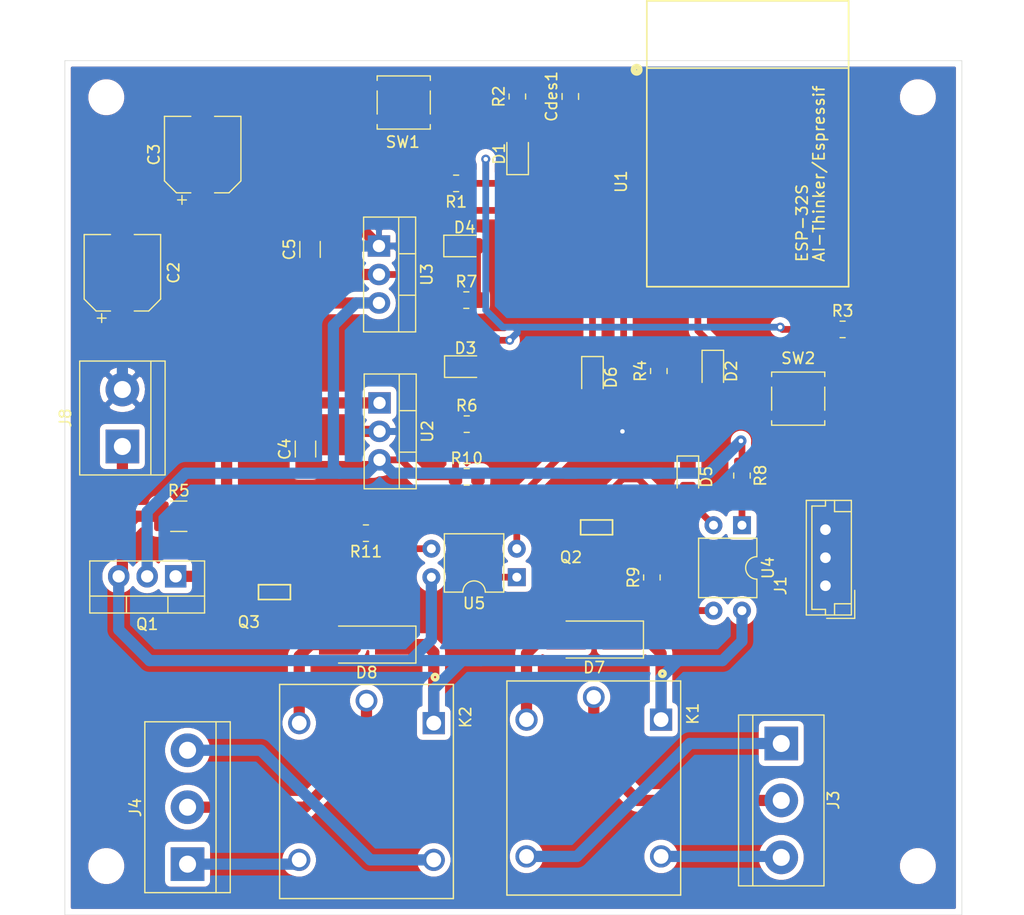
<source format=kicad_pcb>
(kicad_pcb (version 20171130) (host pcbnew "(5.1.9)-1")
  (layers (0 F.Cu signal) (31 B.Cu signal) (34 B.Paste user) (35 F.Paste user) (36 B.SilkS user) (37 F.SilkS user) (38 B.Mask user) (39 F.Mask user) (44 Edge.Cuts user))
  (net 0 "")
  (net 1 "Net-(R1-Pad2)")
  (net 2 +3V3)
  (net 3 GND)
  (net 4 "Net-(D1-Pad2)")
  (net 5 "Net-(D3-Pad2)")
  (net 6 "Net-(D8-Pad2)")
  (net 7 +5V)
  (net 8 /ModulosReles/NC)
  (net 9 /ModulosReles/C)
  (net 10 /ModulosReles/NO)
  (net 11 "Net-(R11-Pad1)")
  (net 12 "Net-(D2-Pad2)")
  (net 13 "Net-(D4-Pad2)")
  (net 14 "Net-(D7-Pad2)")
  (net 15 "Net-(Q2-Pad1)")
  (net 16 IO12)
  (net 17 IO14)
  (net 18 +12V)
  (net 19 /ModulosReles/NC2)
  (net 20 /ModulosReles/C2)
  (net 21 /ModulosReles/NO2)
  (net 22 "Net-(C2-Pad1)")
  (net 23 "Net-(D2-Pad1)")
  (net 24 "Net-(D5-Pad2)")
  (net 25 "Net-(D6-Pad2)")
  (net 26 "Net-(J1-Pad3)")
  (net 27 "Net-(J1-Pad2)")
  (net 28 "Net-(Q3-Pad1)")
  (net 29 "Net-(R3-Pad2)")
  (net 30 "Net-(R8-Pad2)")
  (net 31 "Net-(R9-Pad1)")
  (net 32 "Net-(R10-Pad2)")
  (module Connector_JST:JST_EH_B3B-EH-A_1x03_P2.50mm_Vertical (layer F.Cu) (at 168.1734 111.6076 90)
    (fp_text reference J1 (at 0 -4 90) (layer F.SilkS))
    (fp_text value Screw_Terminal_01x03)
    (pad 3 thru_hole oval (at 5 0 90) (size 1.7 1.95) (drill 0.95) (layers *.Cu *.Mask) (net 26 "Net-(J1-Pad3)"))
    (pad 2 thru_hole oval (at 2.5 0 90) (size 1.7 1.95) (drill 0.95) (layers *.Cu *.Mask) (net 27 "Net-(J1-Pad2)"))
    (pad 1 thru_hole roundrect (at 0 0 90) (size 1.7 1.95) (drill 0.95) (layers *.Cu *.Mask) (roundrect_rratio 0.147059) (net 3 GND))
  )
  (module MountingHole:MountingHole_2.2mm_M2 (layer F.Cu) (at 176.4157 68.0339)
    (fp_text reference "" (at 0 -3.2) (layer F.SilkS))
    (fp_text value MountingHole_2.2mm_M2)
    (pad 1 np_thru_hole circle (at 0 0) (size 2.2 2.2) (drill 2.2) (layers *.Cu *.Mask))
  )
  (module MountingHole:MountingHole_2.2mm_M2 (layer F.Cu) (at 104.0257 68.0339)
    (fp_text reference "" (at 0 -3.2) (layer F.SilkS))
    (fp_text value MountingHole_2.2mm_M2)
    (pad 1 np_thru_hole circle (at 0 0) (size 2.2 2.2) (drill 2.2) (layers *.Cu *.Mask))
  )
  (module MountingHole:MountingHole_2.2mm_M2 (layer F.Cu) (at 176.4157 136.6139)
    (fp_text reference "" (at 0 -3.2) (layer F.SilkS))
    (fp_text value MountingHole_2.2mm_M2)
    (pad 1 np_thru_hole circle (at 0 0) (size 2.2 2.2) (drill 2.2) (layers *.Cu *.Mask))
  )
  (module MountingHole:MountingHole_2.2mm_M2 (layer F.Cu) (at 104.0257 136.6139)
    (fp_text reference "" (at 0 -3.2) (layer F.SilkS))
    (fp_text value MountingHole_2.2mm_M2)
    (pad 1 np_thru_hole circle (at 0 0) (size 2.2 2.2) (drill 2.2) (layers *.Cu *.Mask))
  )
  (module ModuloRele:RELAY_SRD-05VDC-SL-C (layer F.Cu) (at 147.50796 129.65176 270)
    (fp_text reference K1 (at -6.62563 -8.83584 90) (layer F.SilkS) (effects (font (size 1.000094 1.000094))))
    (fp_text value SRD-05VDC-SL-C)
    (pad NC thru_hole circle (at 6.1 -6 270) (size 1.98 1.98) (drill 1.32) (layers *.Cu *.Mask) (net 19 /ModulosReles/NC2))
    (pad NO thru_hole circle (at 6.1 6 270) (size 1.98 1.98) (drill 1.32) (layers *.Cu *.Mask) (net 21 /ModulosReles/NO2))
    (pad A2 thru_hole circle (at -6.1 6 270) (size 1.98 1.98) (drill 1.32) (layers *.Cu *.Mask) (net 14 "Net-(D7-Pad2)"))
    (pad COM thru_hole circle (at -8.1 0 270) (size 1.935 1.935) (drill 1.29) (layers *.Cu *.Mask) (net 20 /ModulosReles/C2))
    (pad A1 thru_hole rect (at -6.1 -6 270) (size 1.98 1.98) (drill 1.32) (layers *.Cu *.Mask) (net 18 +12V))
  )
  (module LED_SMD:LED_0805_2012Metric_Pad1.15x1.40mm_HandSolder (layer F.Cu) (at 147.39112 93.02496 270)
    (fp_text reference D6 (at 0 -1.65 90) (layer F.SilkS))
    (fp_text value LED)
    (pad 2 smd roundrect (at 1.025 0 270) (size 1.15 1.4) (layers F.Cu F.Paste F.Mask) (roundrect_rratio 0.2173904347826087) (net 25 "Net-(D6-Pad2)"))
    (pad 1 smd roundrect (at -1.025 0 270) (size 1.15 1.4) (layers F.Cu F.Paste F.Mask) (roundrect_rratio 0.2173904347826087) (net 17 IO14))
  )
  (module Resistor_SMD:R_1210_3225Metric_Pad1.30x2.65mm_HandSolder (layer F.Cu) (at 110.49 105.41)
    (fp_text reference R5 (at 0 -2.28) (layer F.SilkS))
    (fp_text value 2)
    (pad 2 smd roundrect (at 1.55 0) (size 1.3 2.65) (layers F.Cu F.Paste F.Mask) (roundrect_rratio 0.1923076923076923) (net 22 "Net-(C2-Pad1)"))
    (pad 1 smd roundrect (at -1.55 0) (size 1.3 2.65) (layers F.Cu F.Paste F.Mask) (roundrect_rratio 0.1923076923076923) (net 18 +12V))
  )
  (module Package_TO_SOT_THT:TO-220-3_Vertical (layer F.Cu) (at 110.2106 110.7694 180)
    (fp_text reference Q1 (at 2.54 -4.27) (layer F.SilkS))
    (fp_text value TIP42C)
    (pad 3 thru_hole oval (at 5.08 0 180) (size 1.905 2) (drill 1.1) (layers *.Cu *.Mask) (net 18 +12V))
    (pad 2 thru_hole oval (at 2.54 0 180) (size 1.905 2) (drill 1.1) (layers *.Cu *.Mask) (net 7 +5V))
    (pad 1 thru_hole rect (at 0 0 180) (size 1.905 2) (drill 1.1) (layers *.Cu *.Mask) (net 22 "Net-(C2-Pad1)"))
  )
  (module Capacitor_SMD:C_0805_2012Metric_Pad1.18x1.45mm_HandSolder (layer F.Cu) (at 145.415 67.9665 90)
    (fp_text reference Cdes1 (at 0 -1.68 90) (layer F.SilkS))
    (fp_text value 100n)
    (pad 2 smd roundrect (at 1.0375 0 90) (size 1.175 1.45) (layers F.Cu F.Paste F.Mask) (roundrect_rratio 0.2127659574468085) (net 3 GND))
    (pad 1 smd roundrect (at -1.0375 0 90) (size 1.175 1.45) (layers F.Cu F.Paste F.Mask) (roundrect_rratio 0.2127659574468085) (net 2 +3V3))
  )
  (module Button_Switch_SMD:SW_SPST_TL3305A (layer F.Cu) (at 165.7418 94.9184)
    (fp_text reference SW2 (at 0 -3.6) (layer F.SilkS))
    (fp_text value SW_DIP_x01)
    (pad 2 smd rect (at -3.6 1.5) (size 1.6 1.4) (layers F.Cu F.Paste F.Mask) (net 3 GND))
    (pad 2 smd rect (at 3.6 1.5) (size 1.6 1.4) (layers F.Cu F.Paste F.Mask) (net 3 GND))
    (pad 1 smd rect (at -3.6 -1.5) (size 1.6 1.4) (layers F.Cu F.Paste F.Mask) (net 29 "Net-(R3-Pad2)"))
    (pad 1 smd rect (at 3.6 -1.5) (size 1.6 1.4) (layers F.Cu F.Paste F.Mask) (net 29 "Net-(R3-Pad2)"))
  )
  (module Button_Switch_SMD:SW_SPST_TL3305A (layer F.Cu) (at 130.556 68.5038)
    (fp_text reference SW1 (at -0.0889 3.5306) (layer F.SilkS))
    (fp_text value SW_DIP_x01)
    (pad 2 smd rect (at -3.6 1.5) (size 1.6 1.4) (layers F.Cu F.Paste F.Mask) (net 1 "Net-(R1-Pad2)"))
    (pad 2 smd rect (at 3.6 1.5) (size 1.6 1.4) (layers F.Cu F.Paste F.Mask) (net 1 "Net-(R1-Pad2)"))
    (pad 1 smd rect (at -3.6 -1.5) (size 1.6 1.4) (layers F.Cu F.Paste F.Mask) (net 3 GND))
    (pad 1 smd rect (at 3.6 -1.5) (size 1.6 1.4) (layers F.Cu F.Paste F.Mask) (net 3 GND))
  )
  (module Package_DIP:DIP-4_W7.62mm (layer F.Cu) (at 160.72612 106.20756 270)
    (fp_text reference U4 (at 3.81 -2.33 90) (layer F.SilkS))
    (fp_text value PC817)
    (pad 4 thru_hole oval (at 7.62 0 270) (size 1.6 1.6) (drill 0.8) (layers *.Cu *.Mask) (net 18 +12V))
    (pad 2 thru_hole oval (at 0 2.54 270) (size 1.6 1.6) (drill 0.8) (layers *.Cu *.Mask) (net 24 "Net-(D5-Pad2)"))
    (pad 3 thru_hole oval (at 7.62 2.54 270) (size 1.6 1.6) (drill 0.8) (layers *.Cu *.Mask) (net 31 "Net-(R9-Pad1)"))
    (pad 1 thru_hole rect (at 0 0 270) (size 1.6 1.6) (drill 0.8) (layers *.Cu *.Mask) (net 30 "Net-(R8-Pad2)"))
  )
  (module TerminalBlock:TerminalBlock_bornier-3_P5.08mm (layer F.Cu) (at 111.27232 136.44372 90)
    (fp_text reference J4 (at 5.05 -4.65 90) (layer F.SilkS))
    (fp_text value Screw_Terminal_01x03)
    (pad 3 thru_hole circle (at 10.16 0 90) (size 3 3) (drill 1.52) (layers *.Cu *.Mask) (net 8 /ModulosReles/NC))
    (pad 2 thru_hole circle (at 5.08 0 90) (size 3 3) (drill 1.52) (layers *.Cu *.Mask) (net 9 /ModulosReles/C))
    (pad 1 thru_hole rect (at 0 0 90) (size 3 3) (drill 1.52) (layers *.Cu *.Mask) (net 10 /ModulosReles/NO))
  )
  (module ModuloRele:SOT23 (layer F.Cu) (at 119.0244 112.17656 180)
    (fp_text reference Q3 (at 2.287532 -2.668785) (layer F.SilkS) (effects (font (size 1.000669 1.000669))))
    (fp_text value MMBT2222A)
    (pad 1 smd rect (at -0.95 1.1 180) (size 1 1.4) (layers F.Cu F.Paste F.Mask) (net 28 "Net-(Q3-Pad1)"))
    (pad 2 smd rect (at 0.95 1.1 180) (size 1 1.4) (layers F.Cu F.Paste F.Mask) (net 3 GND))
    (pad 3 smd rect (at 0 -1.1 180) (size 1 1.4) (layers F.Cu F.Paste F.Mask) (net 6 "Net-(D8-Pad2)"))
  )
  (module ModuloRele:SOT23 (layer F.Cu) (at 147.75688 106.4006 180)
    (fp_text reference Q2 (at 2.287532 -2.668785) (layer F.SilkS) (effects (font (size 1.000669 1.000669))))
    (fp_text value MMBT2222A)
    (pad 1 smd rect (at -0.95 1.1 180) (size 1 1.4) (layers F.Cu F.Paste F.Mask) (net 15 "Net-(Q2-Pad1)"))
    (pad 2 smd rect (at 0.95 1.1 180) (size 1 1.4) (layers F.Cu F.Paste F.Mask) (net 3 GND))
    (pad 3 smd rect (at 0 -1.1 180) (size 1 1.4) (layers F.Cu F.Paste F.Mask) (net 14 "Net-(D7-Pad2)"))
  )
  (module ModuloRele:RELAY_SRD-05VDC-SL-C (layer F.Cu) (at 127.23368 129.96164 270)
    (fp_text reference K2 (at -6.62563 -8.83584 90) (layer F.SilkS) (effects (font (size 1.000094 1.000094))))
    (fp_text value SRD-05VDC-SL-C)
    (pad NC thru_hole circle (at 6.1 -6 270) (size 1.98 1.98) (drill 1.32) (layers *.Cu *.Mask) (net 8 /ModulosReles/NC))
    (pad NO thru_hole circle (at 6.1 6 270) (size 1.98 1.98) (drill 1.32) (layers *.Cu *.Mask) (net 10 /ModulosReles/NO))
    (pad A2 thru_hole circle (at -6.1 6 270) (size 1.98 1.98) (drill 1.32) (layers *.Cu *.Mask) (net 6 "Net-(D8-Pad2)"))
    (pad COM thru_hole circle (at -8.1 0 270) (size 1.935 1.935) (drill 1.29) (layers *.Cu *.Mask) (net 9 /ModulosReles/C))
    (pad A1 thru_hole rect (at -6.1 -6 270) (size 1.98 1.98) (drill 1.32) (layers *.Cu *.Mask) (net 18 +12V))
  )
  (module TerminalBlock:TerminalBlock_bornier-2_P5.08mm (layer F.Cu) (at 105.4608 99.187 90)
    (fp_text reference J8 (at 2.54 -5.08 90) (layer F.SilkS))
    (fp_text value Screw_Terminal_01x02)
    (pad 2 thru_hole circle (at 5.08 0 90) (size 3 3) (drill 1.52) (layers *.Cu *.Mask) (net 3 GND))
    (pad 1 thru_hole rect (at 0 0 90) (size 3 3) (drill 1.52) (layers *.Cu *.Mask) (net 18 +12V))
  )
  (module LED_SMD:LED_0805_2012Metric_Pad1.15x1.40mm_HandSolder (layer F.Cu) (at 158.12516 92.47124 270)
    (fp_text reference D2 (at 0 -1.65 90) (layer F.SilkS))
    (fp_text value LED)
    (pad 2 smd roundrect (at 1.025 0 270) (size 1.15 1.4) (layers F.Cu F.Paste F.Mask) (roundrect_rratio 0.2173904347826087) (net 12 "Net-(D2-Pad2)"))
    (pad 1 smd roundrect (at -1.025 0 270) (size 1.15 1.4) (layers F.Cu F.Paste F.Mask) (roundrect_rratio 0.2173904347826087) (net 23 "Net-(D2-Pad1)"))
  )
  (module LED_SMD:LED_0805_2012Metric_Pad1.15x1.40mm_HandSolder (layer F.Cu) (at 140.716 73.0758 90)
    (fp_text reference D1 (at 0 -1.65 90) (layer F.SilkS))
    (fp_text value LED)
    (pad 2 smd roundrect (at 1.025 0 90) (size 1.15 1.4) (layers F.Cu F.Paste F.Mask) (roundrect_rratio 0.2173904347826087) (net 4 "Net-(D1-Pad2)"))
    (pad 1 smd roundrect (at -1.025 0 90) (size 1.15 1.4) (layers F.Cu F.Paste F.Mask) (roundrect_rratio 0.2173904347826087) (net 2 +3V3))
  )
  (module LED_SMD:LED_0805_2012Metric_Pad1.15x1.40mm_HandSolder (layer F.Cu) (at 136.05764 92.06484)
    (fp_text reference D3 (at 0 -1.65) (layer F.SilkS))
    (fp_text value LED)
    (pad 2 smd roundrect (at 1.025 0) (size 1.15 1.4) (layers F.Cu F.Paste F.Mask) (roundrect_rratio 0.2173904347826087) (net 5 "Net-(D3-Pad2)"))
    (pad 1 smd roundrect (at -1.025 0) (size 1.15 1.4) (layers F.Cu F.Paste F.Mask) (roundrect_rratio 0.2173904347826087) (net 3 GND))
  )
  (module Capacitor_SMD:C_1206_3216Metric_Pad1.33x1.80mm_HandSolder (layer F.Cu) (at 122.1994 81.6102 90)
    (fp_text reference C5 (at 0 -1.85 90) (layer F.SilkS))
    (fp_text value 10u)
    (pad 2 smd roundrect (at 1.5625 0 90) (size 1.325 1.8) (layers F.Cu F.Paste F.Mask) (roundrect_rratio 0.1886784905660377) (net 3 GND))
    (pad 1 smd roundrect (at -1.5625 0 90) (size 1.325 1.8) (layers F.Cu F.Paste F.Mask) (roundrect_rratio 0.1886784905660377) (net 2 +3V3))
  )
  (module Capacitor_SMD:CP_Elec_6.3x5.8 (layer F.Cu) (at 112.6236 73.152 90)
    (fp_text reference C3 (at 0 -4.35 90) (layer F.SilkS))
    (fp_text value 100u)
    (pad 2 smd roundrect (at 2.7 0 90) (size 3.5 1.6) (layers F.Cu F.Paste F.Mask) (roundrect_rratio 0.15625) (net 3 GND))
    (pad 1 smd roundrect (at -2.7 0 90) (size 3.5 1.6) (layers F.Cu F.Paste F.Mask) (roundrect_rratio 0.15625) (net 7 +5V))
  )
  (module Capacitor_SMD:C_1206_3216Metric_Pad1.33x1.80mm_HandSolder (layer F.Cu) (at 121.793 99.4156 90)
    (fp_text reference C4 (at 0 -1.85 90) (layer F.SilkS))
    (fp_text value 10u)
    (pad 2 smd roundrect (at 1.5625 0 90) (size 1.325 1.8) (layers F.Cu F.Paste F.Mask) (roundrect_rratio 0.1886784905660377) (net 3 GND))
    (pad 1 smd roundrect (at -1.5625 0 90) (size 1.325 1.8) (layers F.Cu F.Paste F.Mask) (roundrect_rratio 0.1886784905660377) (net 7 +5V))
  )
  (module Capacitor_SMD:CP_Elec_6.3x5.8 (layer F.Cu) (at 105.4608 83.693 90)
    (fp_text reference C2 (at 0 4.572 90) (layer F.SilkS))
    (fp_text value 100u)
    (pad 2 smd roundrect (at 2.7 0 90) (size 3.5 1.6) (layers F.Cu F.Paste F.Mask) (roundrect_rratio 0.15625) (net 3 GND))
    (pad 1 smd roundrect (at -2.7 0 90) (size 3.5 1.6) (layers F.Cu F.Paste F.Mask) (roundrect_rratio 0.15625) (net 22 "Net-(C2-Pad1)"))
  )
  (module Package_TO_SOT_THT:TO-220-3_Vertical (layer F.Cu) (at 128.3462 81.3054 270)
    (fp_text reference U3 (at 2.54 -4.27 90) (layer F.SilkS))
    (fp_text value LM1117-3.3)
    (pad 3 thru_hole oval (at 5.08 0 270) (size 1.905 2) (drill 1.1) (layers *.Cu *.Mask) (net 7 +5V))
    (pad 2 thru_hole oval (at 2.54 0 270) (size 1.905 2) (drill 1.1) (layers *.Cu *.Mask) (net 2 +3V3))
    (pad 1 thru_hole rect (at 0 0 270) (size 1.905 2) (drill 1.1) (layers *.Cu *.Mask) (net 3 GND))
  )
  (module Package_TO_SOT_THT:TO-220-3_Vertical (layer F.Cu) (at 128.397 95.3008 270)
    (fp_text reference U2 (at 2.54 -4.27 90) (layer F.SilkS))
    (fp_text value LM7805_TO220)
    (pad 3 thru_hole oval (at 5.08 0 270) (size 1.905 2) (drill 1.1) (layers *.Cu *.Mask) (net 7 +5V))
    (pad 2 thru_hole oval (at 2.54 0 270) (size 1.905 2) (drill 1.1) (layers *.Cu *.Mask) (net 3 GND))
    (pad 1 thru_hole rect (at 0 0 270) (size 1.905 2) (drill 1.1) (layers *.Cu *.Mask) (net 22 "Net-(C2-Pad1)"))
  )
  (module Package_DIP:DIP-4_W7.62mm (layer F.Cu) (at 140.6398 110.8456 180)
    (fp_text reference U5 (at 3.81 -2.33) (layer F.SilkS))
    (fp_text value PC817)
    (pad 4 thru_hole oval (at 7.62 0 180) (size 1.6 1.6) (drill 0.8) (layers *.Cu *.Mask) (net 18 +12V))
    (pad 2 thru_hole oval (at 0 2.54 180) (size 1.6 1.6) (drill 0.8) (layers *.Cu *.Mask) (net 25 "Net-(D6-Pad2)"))
    (pad 3 thru_hole oval (at 7.62 2.54 180) (size 1.6 1.6) (drill 0.8) (layers *.Cu *.Mask) (net 11 "Net-(R11-Pad1)"))
    (pad 1 thru_hole rect (at 0 0 180) (size 1.6 1.6) (drill 0.8) (layers *.Cu *.Mask) (net 32 "Net-(R10-Pad2)"))
  )
  (module Resistor_SMD:R_0805_2012Metric_Pad1.20x1.40mm_HandSolder (layer F.Cu) (at 153.30932 92.456 90)
    (fp_text reference R4 (at 0 -1.65 90) (layer F.SilkS))
    (fp_text value 220)
    (pad 2 smd roundrect (at 1 0 90) (size 1.2 1.4) (layers F.Cu F.Paste F.Mask) (roundrect_rratio 0.2083325) (net 3 GND))
    (pad 1 smd roundrect (at -1 0 90) (size 1.2 1.4) (layers F.Cu F.Paste F.Mask) (roundrect_rratio 0.2083325) (net 12 "Net-(D2-Pad2)"))
  )
  (module Resistor_SMD:R_0805_2012Metric_Pad1.20x1.40mm_HandSolder (layer F.Cu) (at 140.6906 67.9704 90)
    (fp_text reference R2 (at 0 -1.65 90) (layer F.SilkS))
    (fp_text value 220)
    (pad 2 smd roundrect (at 1 0 90) (size 1.2 1.4) (layers F.Cu F.Paste F.Mask) (roundrect_rratio 0.2083325) (net 3 GND))
    (pad 1 smd roundrect (at -1 0 90) (size 1.2 1.4) (layers F.Cu F.Paste F.Mask) (roundrect_rratio 0.2083325) (net 4 "Net-(D1-Pad2)"))
  )
  (module Resistor_SMD:R_0805_2012Metric_Pad1.20x1.40mm_HandSolder (layer F.Cu) (at 136.13892 86.1314)
    (fp_text reference R7 (at 0 -1.65) (layer F.SilkS))
    (fp_text value 470)
    (pad 2 smd roundrect (at 1 0) (size 1.2 1.4) (layers F.Cu F.Paste F.Mask) (roundrect_rratio 0.2083325) (net 13 "Net-(D4-Pad2)"))
    (pad 1 smd roundrect (at -1 0) (size 1.2 1.4) (layers F.Cu F.Paste F.Mask) (roundrect_rratio 0.2083325) (net 2 +3V3))
  )
  (module Resistor_SMD:R_0805_2012Metric_Pad1.20x1.40mm_HandSolder (layer F.Cu) (at 136.17524 97.19564)
    (fp_text reference R6 (at 0 -1.65) (layer F.SilkS))
    (fp_text value 680)
    (pad 2 smd roundrect (at 1 0) (size 1.2 1.4) (layers F.Cu F.Paste F.Mask) (roundrect_rratio 0.2083325) (net 5 "Net-(D3-Pad2)"))
    (pad 1 smd roundrect (at -1 0) (size 1.2 1.4) (layers F.Cu F.Paste F.Mask) (roundrect_rratio 0.2083325) (net 7 +5V))
  )
  (module Resistor_SMD:R_0805_2012Metric_Pad1.20x1.40mm_HandSolder (layer F.Cu) (at 127.18364 106.91876 180)
    (fp_text reference R11 (at 0 -1.65) (layer F.SilkS))
    (fp_text value R)
    (pad 2 smd roundrect (at 1 0 180) (size 1.2 1.4) (layers F.Cu F.Paste F.Mask) (roundrect_rratio 0.2083325) (net 28 "Net-(Q3-Pad1)"))
    (pad 1 smd roundrect (at -1 0 180) (size 1.2 1.4) (layers F.Cu F.Paste F.Mask) (roundrect_rratio 0.2083325) (net 11 "Net-(R11-Pad1)"))
  )
  (module Resistor_SMD:R_0805_2012Metric_Pad1.20x1.40mm_HandSolder (layer F.Cu) (at 152.68956 110.871 90)
    (fp_text reference R9 (at 0 -1.65 90) (layer F.SilkS))
    (fp_text value R)
    (pad 2 smd roundrect (at 1 0 90) (size 1.2 1.4) (layers F.Cu F.Paste F.Mask) (roundrect_rratio 0.2083325) (net 15 "Net-(Q2-Pad1)"))
    (pad 1 smd roundrect (at -1 0 90) (size 1.2 1.4) (layers F.Cu F.Paste F.Mask) (roundrect_rratio 0.2083325) (net 31 "Net-(R9-Pad1)"))
  )
  (module Resistor_SMD:R_0805_2012Metric_Pad1.20x1.40mm_HandSolder (layer F.Cu) (at 160.72612 101.78288 270)
    (fp_text reference R8 (at 0 -1.65 90) (layer F.SilkS))
    (fp_text value R)
    (pad 2 smd roundrect (at 1 0 270) (size 1.2 1.4) (layers F.Cu F.Paste F.Mask) (roundrect_rratio 0.2083325) (net 30 "Net-(R8-Pad2)"))
    (pad 1 smd roundrect (at -1 0 270) (size 1.2 1.4) (layers F.Cu F.Paste F.Mask) (roundrect_rratio 0.2083325) (net 7 +5V))
  )
  (module Resistor_SMD:R_0805_2012Metric_Pad1.20x1.40mm_HandSolder (layer F.Cu) (at 136.17448 101.89464)
    (fp_text reference R10 (at 0 -1.65) (layer F.SilkS))
    (fp_text value R)
    (pad 2 smd roundrect (at 1 0) (size 1.2 1.4) (layers F.Cu F.Paste F.Mask) (roundrect_rratio 0.2083325) (net 32 "Net-(R10-Pad2)"))
    (pad 1 smd roundrect (at -1 0) (size 1.2 1.4) (layers F.Cu F.Paste F.Mask) (roundrect_rratio 0.2083325) (net 7 +5V))
  )
  (module Resistor_SMD:R_0805_2012Metric_Pad1.20x1.40mm_HandSolder (layer F.Cu) (at 169.70248 88.74252)
    (fp_text reference R3 (at 0 -1.65) (layer F.SilkS))
    (fp_text value 12K)
    (pad 2 smd roundrect (at 1 0) (size 1.2 1.4) (layers F.Cu F.Paste F.Mask) (roundrect_rratio 0.2083325) (net 29 "Net-(R3-Pad2)"))
    (pad 1 smd roundrect (at -1 0) (size 1.2 1.4) (layers F.Cu F.Paste F.Mask) (roundrect_rratio 0.2083325) (net 2 +3V3))
  )
  (module Resistor_SMD:R_0805_2012Metric_Pad1.20x1.40mm_HandSolder (layer F.Cu) (at 135.2296 75.7174 180)
    (fp_text reference R1 (at 0 -1.65) (layer F.SilkS))
    (fp_text value 12K)
    (pad 2 smd roundrect (at 1 0 180) (size 1.2 1.4) (layers F.Cu F.Paste F.Mask) (roundrect_rratio 0.2083325) (net 1 "Net-(R1-Pad2)"))
    (pad 1 smd roundrect (at -1 0 180) (size 1.2 1.4) (layers F.Cu F.Paste F.Mask) (roundrect_rratio 0.2083325) (net 2 +3V3))
  )
  (module TerminalBlock:TerminalBlock_bornier-3_P5.08mm (layer F.Cu) (at 164.23132 125.6792 270)
    (fp_text reference J3 (at 5.05 -4.65 90) (layer F.SilkS))
    (fp_text value Screw_Terminal_01x03)
    (pad 3 thru_hole circle (at 10.16 0 270) (size 3 3) (drill 1.52) (layers *.Cu *.Mask) (net 19 /ModulosReles/NC2))
    (pad 2 thru_hole circle (at 5.08 0 270) (size 3 3) (drill 1.52) (layers *.Cu *.Mask) (net 20 /ModulosReles/C2))
    (pad 1 thru_hole rect (at 0 0 270) (size 3 3) (drill 1.52) (layers *.Cu *.Mask) (net 21 /ModulosReles/NO2))
  )
  (module LED_SMD:LED_0805_2012Metric_Pad1.15x1.40mm_HandSolder (layer F.Cu) (at 135.9916 81.30032)
    (fp_text reference D4 (at 0 -1.65) (layer F.SilkS))
    (fp_text value LED)
    (pad 2 smd roundrect (at 1.025 0) (size 1.15 1.4) (layers F.Cu F.Paste F.Mask) (roundrect_rratio 0.2173904347826087) (net 13 "Net-(D4-Pad2)"))
    (pad 1 smd roundrect (at -1.025 0) (size 1.15 1.4) (layers F.Cu F.Paste F.Mask) (roundrect_rratio 0.2173904347826087) (net 3 GND))
  )
  (module Diode_SMD:D_SMA_Handsoldering (layer F.Cu) (at 127.24384 116.85524 180)
    (fp_text reference D8 (at 0 -2.5) (layer F.SilkS))
    (fp_text value 1N4007)
    (pad 2 smd rect (at 2.5 0 180) (size 3.5 1.8) (layers F.Cu F.Paste F.Mask) (net 6 "Net-(D8-Pad2)"))
    (pad 1 smd rect (at -2.5 0 180) (size 3.5 1.8) (layers F.Cu F.Paste F.Mask) (net 18 +12V))
  )
  (module Diode_SMD:D_SMA_Handsoldering (layer F.Cu) (at 147.53844 116.4082 180)
    (fp_text reference D7 (at 0 -2.5) (layer F.SilkS))
    (fp_text value 1N4007)
    (pad 2 smd rect (at 2.5 0 180) (size 3.5 1.8) (layers F.Cu F.Paste F.Mask) (net 14 "Net-(D7-Pad2)"))
    (pad 1 smd rect (at -2.5 0 180) (size 3.5 1.8) (layers F.Cu F.Paste F.Mask) (net 18 +12V))
  )
  (module LED_SMD:LED_0805_2012Metric_Pad1.15x1.40mm_HandSolder (layer F.Cu) (at 155.90012 101.89464 270)
    (fp_text reference D5 (at 0 -1.65 90) (layer F.SilkS))
    (fp_text value LED)
    (pad 2 smd roundrect (at 1.025 0 270) (size 1.15 1.4) (layers F.Cu F.Paste F.Mask) (roundrect_rratio 0.2173904347826087) (net 24 "Net-(D5-Pad2)"))
    (pad 1 smd roundrect (at -1.025 0 270) (size 1.15 1.4) (layers F.Cu F.Paste F.Mask) (roundrect_rratio 0.2173904347826087) (net 16 IO12))
  )
  (module ESP32S:ESP-32S (layer F.Cu) (at 161.29 76.454)
    (fp_text reference U1 (at -11.3411 -0.889 270) (layer F.SilkS))
    (fp_text value ESP-32S)
    (fp_text user ESP-32S (at 4.8 2.8 90) (layer F.SilkS))
    (fp_text user AI-Thinker/Espressif (at 6.3 -1.6 90) (layer F.SilkS))
    (pad 39 smd rect (at -0.352566 -1.817338 180) (size 6 6) (layers F.Cu F.Paste F.Mask) (net 3 GND))
    (pad 1 smd oval (at -9.052566 -9.517338 180) (size 2.5 0.9) (layers F.Cu F.Paste F.Mask) (net 3 GND))
    (pad 2 smd oval (at -9.052566 -8.247338 180) (size 2.5 0.9) (layers F.Cu F.Paste F.Mask) (net 2 +3V3))
    (pad 3 smd oval (at -9.052566 -6.977338 180) (size 2.5 0.9) (layers F.Cu F.Paste F.Mask) (net 1 "Net-(R1-Pad2)"))
    (pad 4 smd oval (at -9.052566 -5.707338 180) (size 2.5 0.9) (layers F.Cu F.Paste F.Mask))
    (pad 5 smd oval (at -9.052566 -4.437338 180) (size 2.5 0.9) (layers F.Cu F.Paste F.Mask))
    (pad 6 smd oval (at -9.052566 -3.167338 180) (size 2.5 0.9) (layers F.Cu F.Paste F.Mask))
    (pad 7 smd oval (at -9.052566 -1.897338 180) (size 2.5 0.9) (layers F.Cu F.Paste F.Mask))
    (pad 8 smd oval (at -9.052566 -0.627338 180) (size 2.5 0.9) (layers F.Cu F.Paste F.Mask))
    (pad 9 smd oval (at -9.052566 0.642662 180) (size 2.5 0.9) (layers F.Cu F.Paste F.Mask))
    (pad 10 smd oval (at -9.052566 1.912662 180) (size 2.5 0.9) (layers F.Cu F.Paste F.Mask))
    (pad 11 smd oval (at -9.052566 3.182662 180) (size 2.5 0.9) (layers F.Cu F.Paste F.Mask))
    (pad 12 smd oval (at -9.052566 4.452662 180) (size 2.5 0.9) (layers F.Cu F.Paste F.Mask))
    (pad 13 smd oval (at -9.052566 5.722662 180) (size 2.5 0.9) (layers F.Cu F.Paste F.Mask) (net 17 IO14))
    (pad 14 smd oval (at -9.052566 6.992662 180) (size 2.5 0.9) (layers F.Cu F.Paste F.Mask) (net 16 IO12))
    (pad 15 smd oval (at -5.767566 8.482662 180) (size 0.9 2.5) (layers F.Cu F.Paste F.Mask) (net 3 GND))
    (pad 16 smd oval (at -4.497566 8.482662 180) (size 0.9 2.5) (layers F.Cu F.Paste F.Mask) (net 23 "Net-(D2-Pad1)"))
    (pad 17 smd oval (at -3.227566 8.482662 180) (size 0.9 2.5) (layers F.Cu F.Paste F.Mask))
    (pad 18 smd oval (at -1.957566 8.482662 180) (size 0.9 2.5) (layers F.Cu F.Paste F.Mask))
    (pad 19 smd oval (at -0.687566 8.482662 180) (size 0.9 2.5) (layers F.Cu F.Paste F.Mask))
    (pad 20 smd oval (at 0.582434 8.482662 180) (size 0.9 2.5) (layers F.Cu F.Paste F.Mask))
    (pad 21 smd oval (at 1.852434 8.482662 180) (size 0.9 2.5) (layers F.Cu F.Paste F.Mask))
    (pad 22 smd oval (at 3.122434 8.482662 180) (size 0.9 2.5) (layers F.Cu F.Paste F.Mask))
    (pad 23 smd oval (at 4.392434 8.482662 180) (size 0.9 2.5) (layers F.Cu F.Paste F.Mask))
    (pad 24 smd oval (at 5.662434 8.482662 180) (size 0.9 2.5) (layers F.Cu F.Paste F.Mask))
    (pad 25 smd oval (at 8.947434 6.992662 180) (size 2.5 0.9) (layers F.Cu F.Paste F.Mask) (net 29 "Net-(R3-Pad2)"))
    (pad 26 smd oval (at 8.947434 5.722662 180) (size 2.5 0.9) (layers F.Cu F.Paste F.Mask))
    (pad 27 smd oval (at 8.947434 4.452662 180) (size 2.5 0.9) (layers F.Cu F.Paste F.Mask))
    (pad 28 smd oval (at 8.947434 3.182662 180) (size 2.5 0.9) (layers F.Cu F.Paste F.Mask))
    (pad 29 smd oval (at 8.947434 1.912662 180) (size 2.5 0.9) (layers F.Cu F.Paste F.Mask))
    (pad 30 smd oval (at 8.947434 0.642662 180) (size 2.5 0.9) (layers F.Cu F.Paste F.Mask))
    (pad 31 smd oval (at 8.947434 -0.627338 180) (size 2.5 0.9) (layers F.Cu F.Paste F.Mask))
    (pad 32 smd oval (at 8.947434 -1.897338 180) (size 2.5 0.9) (layers F.Cu F.Paste F.Mask))
    (pad 33 smd oval (at 8.947434 -3.167338 180) (size 2.5 0.9) (layers F.Cu F.Paste F.Mask))
    (pad 34 smd oval (at 8.947434 -4.437338 180) (size 2.5 0.9) (layers F.Cu F.Paste F.Mask) (net 26 "Net-(J1-Pad3)"))
    (pad 35 smd oval (at 8.947434 -5.707338 180) (size 2.5 0.9) (layers F.Cu F.Paste F.Mask) (net 27 "Net-(J1-Pad2)"))
    (pad 36 smd oval (at 8.947434 -6.977338 180) (size 2.5 0.9) (layers F.Cu F.Paste F.Mask))
    (pad 37 smd oval (at 8.947434 -8.247338 180) (size 2.5 0.9) (layers F.Cu F.Paste F.Mask))
    (pad 38 smd oval (at 8.947434 -9.517338 180) (size 2.5 0.9) (layers F.Cu F.Paste F.Mask) (net 3 GND))
  )
  (gr_line (start 180.34 140.97) (end 180.34 64.77) (layer Edge.Cuts) (width 0.05))
  (gr_line (start 100.33 140.97) (end 180.34 140.97) (layer Edge.Cuts) (width 0.05))
  (gr_line (start 100.33 64.77) (end 100.33 140.97) (layer Edge.Cuts) (width 0.05))
  (gr_line (start 180.34 64.77) (end 100.33 64.77) (layer Edge.Cuts) (width 0.05))
  (segment (start 126.956 70.0038) (end 134.156 70.0038) (width 0.6) (layer F.Cu) (net 1))
  (segment (start 134.2576 75.7454) (end 134.2296 75.7174) (width 0.6) (layer F.Cu) (net 1))
  (segment (start 134.156 75.6438) (end 134.2296 75.7174) (width 0.6) (layer F.Cu) (net 1))
  (segment (start 134.156 70.0038) (end 134.156 75.6438) (width 0.6) (layer F.Cu) (net 1))
  (segment (start 134.2296 75.7174) (end 134.2296 76.9272) (width 0.6) (layer F.Cu) (net 1))
  (segment (start 134.2296 76.9272) (end 135.4328 78.1304) (width 0.6) (layer F.Cu) (net 1))
  (segment (start 135.4328 78.1304) (end 141.859 78.1304) (width 0.6) (layer F.Cu) (net 1))
  (segment (start 150.512738 69.476662) (end 152.237434 69.476662) (width 0.6) (layer F.Cu) (net 1))
  (segment (start 141.859 78.1304) (end 150.512738 69.476662) (width 0.6) (layer F.Cu) (net 1))
  (segment (start 145.678 69.267) (end 145.415 69.004) (width 0.6) (layer F.Cu) (net 2))
  (segment (start 143.374 74.1008) (end 140.716 74.1008) (width 0.6) (layer F.Cu) (net 2))
  (segment (start 145.415 72.0598) (end 143.374 74.1008) (width 0.6) (layer F.Cu) (net 2))
  (segment (start 145.415 70.358) (end 147.1422 70.358) (width 0.6) (layer F.Cu) (net 2))
  (segment (start 145.415 69.004) (end 145.415 70.358) (width 0.6) (layer F.Cu) (net 2))
  (segment (start 145.415 70.358) (end 145.415 72.0598) (width 0.6) (layer F.Cu) (net 2))
  (segment (start 149.293538 68.206662) (end 152.237434 68.206662) (width 0.6) (layer F.Cu) (net 2))
  (segment (start 147.1422 70.358) (end 149.293538 68.206662) (width 0.6) (layer F.Cu) (net 2))
  (via (at 164.1348 88.5444) (size 0.8) (drill 0.4) (layers F.Cu B.Cu) (net 2))
  (segment (start 164.211 88.6206) (end 164.1348 88.5444) (width 0.6) (layer F.Cu) (net 2))
  (segment (start 139.0994 75.7174) (end 140.716 74.1008) (width 0.6) (layer F.Cu) (net 2))
  (segment (start 122.1994 83.1727) (end 123.7619 83.1727) (width 1) (layer F.Cu) (net 2))
  (segment (start 124.4346 83.8454) (end 128.3462 83.8454) (width 1) (layer F.Cu) (net 2))
  (segment (start 123.7619 83.1727) (end 124.4346 83.8454) (width 1) (layer F.Cu) (net 2))
  (segment (start 128.3462 83.8454) (end 130.937 83.8454) (width 0.6) (layer F.Cu) (net 2))
  (via (at 137.8712 73.5584) (size 0.8) (drill 0.4) (layers F.Cu B.Cu) (net 2))
  (segment (start 137.8712 87.0204) (end 137.8712 73.5584) (width 0.6) (layer B.Cu) (net 2))
  (segment (start 139.3952 88.5444) (end 137.8712 87.0204) (width 0.6) (layer B.Cu) (net 2))
  (segment (start 137.8712 75.565) (end 138.0236 75.7174) (width 0.6) (layer F.Cu) (net 2))
  (segment (start 137.8712 73.5584) (end 137.8712 75.565) (width 0.6) (layer F.Cu) (net 2))
  (segment (start 138.0236 75.7174) (end 139.0994 75.7174) (width 0.6) (layer F.Cu) (net 2))
  (segment (start 136.2296 75.7174) (end 138.0236 75.7174) (width 0.6) (layer F.Cu) (net 2))
  (via (at 140.0048 89.7128) (size 0.8) (drill 0.4) (layers F.Cu B.Cu) (net 2))
  (segment (start 140.6906 89.027) (end 140.6906 88.5444) (width 0.6) (layer B.Cu) (net 2))
  (segment (start 140.0048 89.7128) (end 140.6906 89.027) (width 0.6) (layer B.Cu) (net 2))
  (segment (start 140.6906 88.5444) (end 139.3952 88.5444) (width 0.6) (layer B.Cu) (net 2))
  (segment (start 164.1348 88.5444) (end 140.6906 88.5444) (width 0.6) (layer B.Cu) (net 2))
  (segment (start 133.223 86.1314) (end 130.937 83.8454) (width 0.6) (layer F.Cu) (net 2))
  (segment (start 135.13892 86.1314) (end 133.223 86.1314) (width 0.6) (layer F.Cu) (net 2))
  (segment (start 135.13892 86.1314) (end 135.13892 87.69172) (width 0.6) (layer F.Cu) (net 2))
  (segment (start 137.16 89.7128) (end 140.0048 89.7128) (width 0.6) (layer F.Cu) (net 2))
  (segment (start 135.13892 87.69172) (end 137.16 89.7128) (width 0.6) (layer F.Cu) (net 2))
  (segment (start 168.2818 88.5766) (end 168.3258 88.6206) (width 0.6) (layer F.Cu) (net 2))
  (segment (start 168.3258 88.6206) (end 168.7322 88.6206) (width 0.6) (layer F.Cu) (net 2))
  (segment (start 164.33292 88.74252) (end 164.1348 88.5444) (width 0.6) (layer F.Cu) (net 2))
  (segment (start 168.70248 88.74252) (end 164.33292 88.74252) (width 0.6) (layer F.Cu) (net 2))
  (segment (start 128.7602 81.3054) (end 128.3462 81.3054) (width 1) (layer F.Cu) (net 3))
  (segment (start 134.156 67.0038) (end 126.956 67.0038) (width 1) (layer F.Cu) (net 3))
  (segment (start 140.7066 66.9544) (end 140.6906 66.9704) (width 0.6) (layer F.Cu) (net 3))
  (segment (start 112.6236 69.673) (end 112.6236 70.452) (width 1) (layer F.Cu) (net 3))
  (segment (start 112.5851 69.6345) (end 112.6236 69.673) (width 1) (layer F.Cu) (net 3))
  (segment (start 160.937434 74.636662) (end 160.937434 71.036662) (width 0.6) (layer F.Cu) (net 3))
  (segment (start 164.472662 66.936662) (end 164.755048 67.219048) (width 0.6) (layer F.Cu) (net 3))
  (segment (start 164.755048 67.219048) (end 165.987444 65.986652) (width 0.6) (layer F.Cu) (net 3))
  (segment (start 152.237434 66.936662) (end 164.472662 66.936662) (width 0.6) (layer F.Cu) (net 3))
  (segment (start 160.937434 71.036662) (end 164.755048 67.219048) (width 0.6) (layer F.Cu) (net 3))
  (segment (start 145.422662 66.936662) (end 145.415 66.929) (width 0.6) (layer F.Cu) (net 3))
  (segment (start 152.237434 66.936662) (end 145.422662 66.936662) (width 0.6) (layer F.Cu) (net 3))
  (segment (start 140.732 66.929) (end 140.6906 66.9704) (width 0.6) (layer F.Cu) (net 3))
  (segment (start 145.415 66.929) (end 140.732 66.929) (width 0.6) (layer F.Cu) (net 3))
  (segment (start 140.6572 67.0038) (end 140.6906 66.9704) (width 0.6) (layer F.Cu) (net 3))
  (segment (start 134.156 67.0038) (end 140.6572 67.0038) (width 0.6) (layer F.Cu) (net 3))
  (segment (start 162.1418 96.4184) (end 169.3418 96.4184) (width 0.6) (layer F.Cu) (net 3))
  (segment (start 155.522434 80.051662) (end 160.937434 74.636662) (width 0.6) (layer F.Cu) (net 3))
  (segment (start 155.522434 84.936662) (end 155.522434 80.051662) (width 0.6) (layer F.Cu) (net 3))
  (segment (start 112.6236 68.5038) (end 112.6236 70.452) (width 1) (layer F.Cu) (net 3))
  (segment (start 114.1236 67.0038) (end 112.6236 68.5038) (width 1) (layer F.Cu) (net 3))
  (segment (start 120.372 67.286) (end 120.372 67.0038) (width 1) (layer F.Cu) (net 3))
  (segment (start 122.0978 69.0118) (end 120.372 67.286) (width 1) (layer F.Cu) (net 3))
  (segment (start 120.372 67.0038) (end 114.1236 67.0038) (width 1) (layer F.Cu) (net 3))
  (segment (start 126.956 67.0038) (end 120.372 67.0038) (width 1) (layer F.Cu) (net 3))
  (segment (start 122.0978 79.9461) (end 122.1994 80.0477) (width 1) (layer F.Cu) (net 3))
  (segment (start 122.0978 69.0118) (end 122.0978 79.9461) (width 1) (layer F.Cu) (net 3))
  (segment (start 127.0885 80.0477) (end 128.3462 81.3054) (width 1) (layer F.Cu) (net 3))
  (segment (start 122.1994 80.0477) (end 127.0885 80.0477) (width 1) (layer F.Cu) (net 3))
  (segment (start 112.6236 68.5038) (end 111.4806 67.3608) (width 1) (layer F.Cu) (net 3))
  (segment (start 128.3462 81.3054) (end 106.7054 81.3054) (width 1) (layer B.Cu) (net 3))
  (segment (start 105.4608 82.55) (end 105.4608 94.107) (width 1) (layer B.Cu) (net 3))
  (segment (start 106.7054 81.3054) (end 105.4608 82.55) (width 1) (layer B.Cu) (net 3))
  (via (at 128.3462 81.3054) (size 0.8) (drill 0.4) (layers F.Cu B.Cu) (net 3))
  (segment (start 128.397 81.2546) (end 128.3462 81.3054) (width 0.6) (layer F.Cu) (net 3))
  (segment (start 128.3462 81.3054) (end 129.794 81.3054) (width 0.6) (layer B.Cu) (net 3))
  (segment (start 129.794 81.3054) (end 131.0132 82.5246) (width 0.6) (layer B.Cu) (net 3))
  (segment (start 130.0224 97.8408) (end 128.4224 97.8408) (width 0.6) (layer B.Cu) (net 3))
  (segment (start 131.0132 82.5246) (end 131.0132 96.85) (width 0.6) (layer B.Cu) (net 3))
  (segment (start 131.0132 96.85) (end 130.5813 97.2819) (width 0.6) (layer B.Cu) (net 3))
  (segment (start 128.4224 97.8408) (end 130.2766 97.8408) (width 0.6) (layer B.Cu) (net 3))
  (segment (start 128.397 97.8408) (end 121.8053 97.8408) (width 1) (layer F.Cu) (net 3))
  (segment (start 134.96152 81.3054) (end 134.9666 81.30032) (width 0.6) (layer F.Cu) (net 3))
  (segment (start 128.3462 81.3054) (end 134.96152 81.3054) (width 0.6) (layer F.Cu) (net 3))
  (segment (start 130.5813 97.2819) (end 130.0224 97.8408) (width 0.6) (layer B.Cu) (net 3))
  (segment (start 129.997 97.8408) (end 132.207 95.6308) (width 0.6) (layer F.Cu) (net 3))
  (segment (start 128.397 97.8408) (end 129.997 97.8408) (width 0.6) (layer F.Cu) (net 3))
  (segment (start 132.207 95.6308) (end 132.207 93.30944) (width 0.6) (layer F.Cu) (net 3))
  (segment (start 133.4516 92.06484) (end 135.03264 92.06484) (width 0.6) (layer F.Cu) (net 3))
  (segment (start 132.207 93.30944) (end 133.4516 92.06484) (width 0.6) (layer F.Cu) (net 3))
  (segment (start 121.793 97.8531) (end 121.8053 97.8408) (width 0.6) (layer F.Cu) (net 3))
  (segment (start 121.793 97.8531) (end 119.65726 97.8531) (width 0.6) (layer F.Cu) (net 3))
  (segment (start 119.65726 97.8531) (end 118.0744 99.43596) (width 0.6) (layer F.Cu) (net 3))
  (segment (start 118.0744 99.43596) (end 118.0744 107.03564) (width 0.6) (layer F.Cu) (net 3))
  (segment (start 118.0744 107.03564) (end 118.0744 111.07656) (width 0.6) (layer F.Cu) (net 3))
  (segment (start 155.522434 85.711526) (end 155.522434 84.936662) (width 0.6) (layer F.Cu) (net 3))
  (segment (start 146.80688 105.3006) (end 146.80688 104.01304) (width 0.6) (layer F.Cu) (net 3))
  (via (at 150.0632 97.8408) (size 0.8) (drill 0.4) (layers F.Cu B.Cu) (net 3))
  (segment (start 146.80688 104.01304) (end 150.07336 100.74656) (width 0.6) (layer F.Cu) (net 3))
  (segment (start 128.397 97.8408) (end 145.08988 97.8408) (width 0.6) (layer B.Cu) (net 3))
  (segment (start 145.08988 97.8408) (end 150.0632 97.8408) (width 0.6) (layer B.Cu) (net 3))
  (segment (start 145.08988 97.8408) (end 145.52676 97.8408) (width 0.6) (layer B.Cu) (net 3))
  (segment (start 150.07336 97.85096) (end 150.0632 97.8408) (width 0.6) (layer F.Cu) (net 3))
  (segment (start 150.07336 99.314) (end 150.07336 97.85096) (width 0.6) (layer F.Cu) (net 3))
  (segment (start 150.07336 100.74656) (end 150.07336 99.314) (width 0.6) (layer F.Cu) (net 3))
  (segment (start 150.07336 99.314) (end 150.07336 97.89668) (width 0.6) (layer F.Cu) (net 3))
  (segment (start 105.4608 80.993) (end 105.4608 74.8792) (width 1) (layer F.Cu) (net 3))
  (segment (start 105.4608 74.8792) (end 107.95 72.39) (width 1) (layer F.Cu) (net 3))
  (segment (start 107.95 72.39) (end 107.95 67.31) (width 1) (layer F.Cu) (net 3))
  (segment (start 111.4298 67.31) (end 111.4806 67.3608) (width 1) (layer F.Cu) (net 3))
  (segment (start 107.95 67.31) (end 111.4298 67.31) (width 1) (layer F.Cu) (net 3))
  (segment (start 165.987444 65.986652) (end 172.666652 65.986652) (width 0.6) (layer F.Cu) (net 3))
  (segment (start 170.237434 66.936662) (end 172.702262 66.936662) (width 0.6) (layer F.Cu) (net 3))
  (segment (start 172.702262 66.936662) (end 172.72 66.9544) (width 0.6) (layer F.Cu) (net 3))
  (segment (start 172.72 66.9544) (end 172.72 66.339704) (width 0.6) (layer F.Cu) (net 3))
  (segment (start 175.55718 110.19282) (end 174.1424 111.6076) (width 0.6) (layer F.Cu) (net 3))
  (segment (start 175.55718 71.41718) (end 175.55718 110.19282) (width 0.6) (layer F.Cu) (net 3))
  (segment (start 172.72 68.58) (end 175.55718 71.41718) (width 0.6) (layer F.Cu) (net 3))
  (segment (start 174.1424 111.6076) (end 168.1734 111.6076) (width 0.6) (layer F.Cu) (net 3))
  (segment (start 172.72 66.9544) (end 172.72 68.58) (width 0.6) (layer F.Cu) (net 3))
  (segment (start 162.1418 96.4184) (end 162.1418 97.3718) (width 0.6) (layer F.Cu) (net 3))
  (segment (start 162.1418 97.3718) (end 165.1 100.33) (width 0.6) (layer F.Cu) (net 3))
  (segment (start 165.1 100.33) (end 165.1 110.49) (width 0.6) (layer F.Cu) (net 3))
  (segment (start 166.2176 111.6076) (end 168.1734 111.6076) (width 0.6) (layer F.Cu) (net 3))
  (segment (start 165.1 110.49) (end 166.2176 111.6076) (width 0.6) (layer F.Cu) (net 3))
  (segment (start 153.30932 91.456) (end 153.30932 89.76868) (width 0.6) (layer F.Cu) (net 3))
  (segment (start 155.522434 87.555566) (end 155.522434 84.936662) (width 0.6) (layer F.Cu) (net 3))
  (segment (start 153.30932 89.76868) (end 155.522434 87.555566) (width 0.6) (layer F.Cu) (net 3))
  (segment (start 140.6906 72.0254) (end 140.716 72.0508) (width 0.6) (layer F.Cu) (net 4))
  (segment (start 140.6906 68.9704) (end 140.6906 72.0254) (width 0.6) (layer F.Cu) (net 4))
  (segment (start 137.07364 92.07384) (end 137.08264 92.06484) (width 1) (layer F.Cu) (net 5))
  (segment (start 136.93024 96.95064) (end 137.17524 97.19564) (width 0.6) (layer F.Cu) (net 5))
  (segment (start 137.17524 97.19564) (end 137.71372 97.19564) (width 0.6) (layer F.Cu) (net 5))
  (segment (start 137.71372 97.19564) (end 138.8618 96.04756) (width 0.6) (layer F.Cu) (net 5))
  (segment (start 138.8618 96.04756) (end 138.8618 92.92844) (width 0.6) (layer F.Cu) (net 5))
  (segment (start 137.9982 92.06484) (end 137.08264 92.06484) (width 0.6) (layer F.Cu) (net 5))
  (segment (start 138.8618 92.92844) (end 137.9982 92.06484) (width 0.6) (layer F.Cu) (net 5))
  (segment (start 126.25164 117.18956) (end 125.76492 116.70284) (width 1) (layer F.Cu) (net 6))
  (segment (start 124.74384 116.85524) (end 122.26036 116.85524) (width 1) (layer F.Cu) (net 6))
  (segment (start 121.23368 117.88192) (end 121.23368 123.86164) (width 1) (layer F.Cu) (net 6))
  (segment (start 122.26036 116.85524) (end 121.23368 117.88192) (width 1) (layer F.Cu) (net 6))
  (segment (start 124.74384 116.85524) (end 121.20372 116.85524) (width 0.6) (layer F.Cu) (net 6))
  (segment (start 119.0244 114.67592) (end 119.0244 113.27656) (width 0.6) (layer F.Cu) (net 6))
  (segment (start 121.20372 116.85524) (end 119.0244 114.67592) (width 0.6) (layer F.Cu) (net 6))
  (segment (start 112.6236 75.852) (end 112.6236 84.2518) (width 1) (layer F.Cu) (net 7))
  (segment (start 114.7572 86.3854) (end 128.3462 86.3854) (width 1) (layer F.Cu) (net 7))
  (segment (start 112.6236 84.2518) (end 114.7572 86.3854) (width 1) (layer F.Cu) (net 7))
  (segment (start 128.3462 86.3854) (end 126.2888 86.3854) (width 1) (layer B.Cu) (net 7))
  (segment (start 126.2888 86.3854) (end 124.2822 88.392) (width 1) (layer B.Cu) (net 7))
  (segment (start 124.2822 88.392) (end 124.2822 101.0158) (width 1) (layer B.Cu) (net 7))
  (segment (start 124.2822 101.0158) (end 124.841 101.5746) (width 1) (layer B.Cu) (net 7))
  (segment (start 127.2286 101.5746) (end 128.4224 100.3808) (width 1) (layer B.Cu) (net 7))
  (segment (start 124.841 101.5746) (end 127.2286 101.5746) (width 1) (layer B.Cu) (net 7))
  (segment (start 107.6706 110.7694) (end 107.6706 105.0036) (width 1) (layer B.Cu) (net 7))
  (segment (start 111.0996 101.5746) (end 124.841 101.5746) (width 1) (layer B.Cu) (net 7))
  (segment (start 107.6706 105.0036) (end 111.0996 101.5746) (width 1) (layer B.Cu) (net 7))
  (segment (start 127.7997 100.9781) (end 128.397 100.3808) (width 1) (layer F.Cu) (net 7))
  (segment (start 121.793 100.9781) (end 127.7997 100.9781) (width 1) (layer F.Cu) (net 7))
  (segment (start 128.397 100.3808) (end 130.32232 100.3808) (width 0.6) (layer F.Cu) (net 7))
  (segment (start 129.58572 101.56952) (end 144.97304 101.56952) (width 0.6) (layer B.Cu) (net 7))
  (segment (start 153.49728 101.56952) (end 157.75432 101.56952) (width 0.6) (layer B.Cu) (net 7))
  (via (at 160.63468 98.68916) (size 0.8) (drill 0.4) (layers F.Cu B.Cu) (net 7))
  (via (at 160.63468 98.68916) (size 0.8) (drill 0.4) (layers F.Cu B.Cu) (net 7))
  (segment (start 160.72612 98.7806) (end 160.63468 98.68916) (width 0.6) (layer F.Cu) (net 7))
  (segment (start 160.72612 100.78288) (end 160.72612 98.7806) (width 0.6) (layer F.Cu) (net 7))
  (segment (start 129.58572 101.56952) (end 128.397 100.3808) (width 1) (layer B.Cu) (net 7))
  (segment (start 145.8976 101.56952) (end 129.58572 101.56952) (width 1) (layer B.Cu) (net 7))
  (segment (start 157.75432 101.56952) (end 160.63468 98.68916) (width 1) (layer B.Cu) (net 7))
  (segment (start 152.87244 101.56952) (end 157.75432 101.56952) (width 1) (layer B.Cu) (net 7))
  (segment (start 144.97304 101.56952) (end 152.87244 101.56952) (width 1) (layer B.Cu) (net 7))
  (segment (start 152.87244 101.56952) (end 153.49728 101.56952) (width 1) (layer B.Cu) (net 7))
  (segment (start 135.17448 97.1964) (end 135.17524 97.19564) (width 0.6) (layer F.Cu) (net 7))
  (segment (start 135.17448 101.89464) (end 135.17448 97.1964) (width 0.6) (layer F.Cu) (net 7))
  (segment (start 131.83616 101.89464) (end 130.32232 100.3808) (width 0.6) (layer F.Cu) (net 7))
  (segment (start 135.17448 101.89464) (end 131.83616 101.89464) (width 0.6) (layer F.Cu) (net 7))
  (segment (start 127.58312 136.06164) (end 133.23368 136.06164) (width 1) (layer B.Cu) (net 8))
  (segment (start 117.8052 126.28372) (end 127.58312 136.06164) (width 1) (layer B.Cu) (net 8))
  (segment (start 111.27232 126.28372) (end 117.8052 126.28372) (width 1) (layer B.Cu) (net 8))
  (segment (start 127.23368 125.88748) (end 127.23368 121.86164) (width 1) (layer F.Cu) (net 9))
  (segment (start 121.75744 131.36372) (end 127.23368 125.88748) (width 1) (layer F.Cu) (net 9))
  (segment (start 111.27232 131.36372) (end 121.75744 131.36372) (width 1) (layer F.Cu) (net 9))
  (segment (start 120.8516 136.44372) (end 121.23368 136.06164) (width 1) (layer F.Cu) (net 10))
  (segment (start 120.8516 136.44372) (end 121.23368 136.06164) (width 1) (layer B.Cu) (net 10))
  (segment (start 111.27232 136.44372) (end 120.8516 136.44372) (width 1) (layer B.Cu) (net 10))
  (segment (start 128.18364 106.91876) (end 130.13944 106.91876) (width 0.6) (layer F.Cu) (net 11))
  (segment (start 131.52628 108.3056) (end 133.0198 108.3056) (width 0.6) (layer F.Cu) (net 11))
  (segment (start 130.13944 106.91876) (end 131.52628 108.3056) (width 0.6) (layer F.Cu) (net 11))
  (segment (start 153.30932 93.456) (end 153.30932 94.40164) (width 0.6) (layer F.Cu) (net 12))
  (segment (start 153.30932 94.40164) (end 154.0764 95.16872) (width 0.6) (layer F.Cu) (net 12))
  (segment (start 154.0764 95.16872) (end 157.55112 95.16872) (width 0.6) (layer F.Cu) (net 12))
  (segment (start 158.12516 94.59468) (end 158.12516 93.49624) (width 0.6) (layer F.Cu) (net 12))
  (segment (start 157.55112 95.16872) (end 158.12516 94.59468) (width 0.6) (layer F.Cu) (net 12))
  (segment (start 136.90992 86.1564) (end 136.88492 86.1314) (width 1) (layer F.Cu) (net 13))
  (segment (start 137.01192 81.128) (end 137.03692 81.153) (width 0.6) (layer F.Cu) (net 13))
  (segment (start 137.03692 86.0294) (end 137.13892 86.1314) (width 0.6) (layer F.Cu) (net 13))
  (segment (start 137.13892 81.42264) (end 137.0166 81.30032) (width 0.6) (layer F.Cu) (net 13))
  (segment (start 137.13892 86.1314) (end 137.13892 81.42264) (width 0.6) (layer F.Cu) (net 13))
  (segment (start 145.30768 116.46916) (end 143.5608 116.46916) (width 0.6) (layer F.Cu) (net 14))
  (segment (start 142.75816 116.4082) (end 141.50796 117.6584) (width 1) (layer F.Cu) (net 14))
  (segment (start 145.03844 116.4082) (end 142.75816 116.4082) (width 1) (layer F.Cu) (net 14))
  (segment (start 141.50796 117.6584) (end 141.50796 123.55176) (width 1) (layer F.Cu) (net 14))
  (segment (start 145.03844 116.4082) (end 143.64716 116.4082) (width 0.6) (layer F.Cu) (net 14))
  (segment (start 147.75688 109.33684) (end 147.75688 107.5006) (width 0.6) (layer F.Cu) (net 14))
  (segment (start 146.58848 110.50524) (end 147.75688 109.33684) (width 0.6) (layer F.Cu) (net 14))
  (segment (start 146.58848 110.50524) (end 146.58848 110.51032) (width 0.6) (layer F.Cu) (net 14))
  (segment (start 141.50796 115.59084) (end 141.50796 117.6584) (width 0.6) (layer F.Cu) (net 14))
  (segment (start 146.58848 110.51032) (end 141.50796 115.59084) (width 0.6) (layer F.Cu) (net 14))
  (segment (start 148.70688 105.3006) (end 148.70688 103.4694) (width 0.6) (layer F.Cu) (net 15))
  (segment (start 148.70688 103.4694) (end 150.09368 102.0826) (width 0.6) (layer F.Cu) (net 15))
  (segment (start 150.09368 102.0826) (end 151.50084 102.0826) (width 0.6) (layer F.Cu) (net 15))
  (segment (start 152.68956 103.27132) (end 152.68956 109.871) (width 0.6) (layer F.Cu) (net 15))
  (segment (start 151.50084 102.0826) (end 152.68956 103.27132) (width 0.6) (layer F.Cu) (net 15))
  (segment (start 152.237434 83.446662) (end 151.295058 83.446662) (width 0.6) (layer F.Cu) (net 16))
  (segment (start 155.90012 100.86964) (end 155.90012 98.64344) (width 0.6) (layer F.Cu) (net 16))
  (segment (start 155.90012 98.64344) (end 154.97048 97.7138) (width 0.6) (layer F.Cu) (net 16))
  (segment (start 154.97048 97.7138) (end 152.18156 97.7138) (width 0.6) (layer F.Cu) (net 16))
  (segment (start 152.18156 97.7138) (end 150.17046 95.7027) (width 0.6) (layer F.Cu) (net 16))
  (segment (start 150.17046 95.7027) (end 150.17046 83.98706) (width 0.6) (layer F.Cu) (net 16))
  (segment (start 150.710858 83.446662) (end 152.237434 83.446662) (width 0.6) (layer F.Cu) (net 16))
  (segment (start 150.17046 83.98706) (end 150.710858 83.446662) (width 0.6) (layer F.Cu) (net 16))
  (segment (start 147.39112 91.99996) (end 147.39112 84.43976) (width 0.6) (layer F.Cu) (net 17))
  (segment (start 149.654218 82.176662) (end 152.237434 82.176662) (width 0.6) (layer F.Cu) (net 17))
  (segment (start 147.39112 84.43976) (end 149.654218 82.176662) (width 0.6) (layer F.Cu) (net 17))
  (segment (start 105.3338 110.5662) (end 105.1306 110.7694) (width 1) (layer F.Cu) (net 18))
  (segment (start 105.4608 110.4392) (end 105.1306 110.7694) (width 1) (layer F.Cu) (net 18))
  (segment (start 105.4608 99.187) (end 105.4608 108.1532) (width 1) (layer F.Cu) (net 18))
  (segment (start 105.4608 108.1532) (end 105.4608 110.4392) (width 1) (layer F.Cu) (net 18))
  (segment (start 105.4608 108.1532) (end 105.4608 106.6292) (width 1) (layer F.Cu) (net 18))
  (segment (start 106.68 105.41) (end 108.94 105.41) (width 1) (layer F.Cu) (net 18))
  (segment (start 105.4608 106.6292) (end 106.68 105.41) (width 1) (layer F.Cu) (net 18))
  (segment (start 133.23368 123.1448) (end 133.23368 123.86164) (width 1) (layer B.Cu) (net 18))
  (segment (start 153.97544 123.08428) (end 153.50796 123.55176) (width 1) (layer F.Cu) (net 18))
  (segment (start 136.20496 118.28272) (end 137.45464 118.28272) (width 1) (layer B.Cu) (net 18))
  (segment (start 137.45464 118.28272) (end 148.23892 118.28272) (width 1) (layer B.Cu) (net 18))
  (segment (start 129.74384 116.85524) (end 132.54228 116.85524) (width 1) (layer F.Cu) (net 18))
  (segment (start 133.23368 117.54664) (end 133.23368 123.86164) (width 1) (layer F.Cu) (net 18))
  (segment (start 132.54228 116.85524) (end 133.23368 117.54664) (width 1) (layer F.Cu) (net 18))
  (segment (start 152.26792 116.4082) (end 153.50796 117.64824) (width 1) (layer F.Cu) (net 18))
  (segment (start 150.03844 116.4082) (end 152.26792 116.4082) (width 1) (layer F.Cu) (net 18))
  (segment (start 153.50796 117.64824) (end 153.50796 123.55176) (width 1) (layer F.Cu) (net 18))
  (segment (start 105.1306 115.52936) (end 107.88396 118.28272) (width 1) (layer B.Cu) (net 18))
  (segment (start 105.1306 110.7694) (end 105.1306 115.52936) (width 1) (layer B.Cu) (net 18))
  (segment (start 133.23368 120.82728) (end 135.77824 118.28272) (width 1) (layer B.Cu) (net 18))
  (segment (start 133.23368 123.86164) (end 133.23368 120.82728) (width 1) (layer B.Cu) (net 18))
  (segment (start 137.45464 118.28272) (end 135.77824 118.28272) (width 1) (layer B.Cu) (net 18))
  (segment (start 127.77216 118.28272) (end 127.762 118.27256) (width 0.6) (layer B.Cu) (net 18))
  (segment (start 130.22072 118.28272) (end 127.77216 118.28272) (width 0.6) (layer B.Cu) (net 18))
  (segment (start 130.22072 118.28272) (end 107.88396 118.28272) (width 1) (layer B.Cu) (net 18))
  (segment (start 127.77216 118.28272) (end 128.06172 118.28272) (width 1) (layer B.Cu) (net 18))
  (segment (start 158.98876 118.28272) (end 160.72612 116.54536) (width 1) (layer B.Cu) (net 18))
  (segment (start 160.72612 113.82756) (end 160.72612 116.54536) (width 1) (layer B.Cu) (net 18))
  (segment (start 153.50796 119.82652) (end 155.05176 118.28272) (width 1) (layer B.Cu) (net 18))
  (segment (start 153.50796 123.55176) (end 153.50796 119.82652) (width 1) (layer B.Cu) (net 18))
  (segment (start 155.05176 118.28272) (end 158.98876 118.28272) (width 1) (layer B.Cu) (net 18))
  (segment (start 148.23892 118.28272) (end 155.05176 118.28272) (width 1) (layer B.Cu) (net 18))
  (segment (start 133.0198 116.42344) (end 131.16052 118.28272) (width 1) (layer B.Cu) (net 18))
  (segment (start 133.0198 110.8456) (end 133.0198 116.42344) (width 1) (layer B.Cu) (net 18))
  (segment (start 131.16052 118.28272) (end 130.22072 118.28272) (width 1) (layer B.Cu) (net 18))
  (segment (start 135.77824 118.28272) (end 131.16052 118.28272) (width 1) (layer B.Cu) (net 18))
  (segment (start 164.14388 135.75176) (end 164.23132 135.8392) (width 1) (layer B.Cu) (net 19))
  (segment (start 153.50796 135.75176) (end 164.14388 135.75176) (width 1) (layer B.Cu) (net 19))
  (segment (start 164.23132 130.7592) (end 151.41956 130.7592) (width 1) (layer F.Cu) (net 20))
  (segment (start 147.50796 126.8476) (end 151.41956 130.7592) (width 1) (layer F.Cu) (net 20))
  (segment (start 147.50796 121.55176) (end 147.50796 126.8476) (width 1) (layer F.Cu) (net 20))
  (segment (start 164.23132 125.6792) (end 156.07284 125.6792) (width 1) (layer B.Cu) (net 21))
  (segment (start 146.00028 135.75176) (end 141.50796 135.75176) (width 1) (layer B.Cu) (net 21))
  (segment (start 156.07284 125.6792) (end 146.00028 135.75176) (width 1) (layer B.Cu) (net 21))
  (segment (start 110.2106 110.7694) (end 112.7252 110.7694) (width 1) (layer F.Cu) (net 22))
  (segment (start 112.7252 110.7694) (end 114.7572 108.7374) (width 1) (layer F.Cu) (net 22))
  (segment (start 112.167 105.283) (end 112.04 105.41) (width 1) (layer F.Cu) (net 22))
  (segment (start 114.7572 91.45016) (end 113.05032 89.74328) (width 1) (layer F.Cu) (net 22))
  (segment (start 113.05032 89.74328) (end 106.11612 89.74328) (width 1) (layer F.Cu) (net 22))
  (segment (start 105.4608 89.08796) (end 105.4608 86.393) (width 1) (layer F.Cu) (net 22))
  (segment (start 106.11612 89.74328) (end 105.4608 89.08796) (width 1) (layer F.Cu) (net 22))
  (segment (start 116.26088 95.3008) (end 114.7572 93.79712) (width 1) (layer F.Cu) (net 22))
  (segment (start 128.4224 95.3008) (end 116.26088 95.3008) (width 1) (layer F.Cu) (net 22))
  (segment (start 114.7572 93.79712) (end 114.7572 91.45016) (width 1) (layer F.Cu) (net 22))
  (segment (start 113.792 105.41) (end 114.7572 104.4448) (width 1) (layer F.Cu) (net 22))
  (segment (start 112.04 105.41) (end 113.792 105.41) (width 1) (layer F.Cu) (net 22))
  (segment (start 114.7572 104.4448) (end 114.7572 93.79712) (width 1) (layer F.Cu) (net 22))
  (segment (start 114.7572 108.7374) (end 114.7572 104.4448) (width 1) (layer F.Cu) (net 22))
  (segment (start 156.792434 84.936662) (end 156.792434 87.435194) (width 0.6) (layer F.Cu) (net 23))
  (segment (start 158.12516 91.44624) (end 158.12516 90.20556) (width 0.6) (layer F.Cu) (net 23))
  (segment (start 158.12516 91.44624) (end 158.12516 90.19032) (width 0.6) (layer F.Cu) (net 23))
  (segment (start 156.792434 88.857594) (end 156.792434 84.936662) (width 0.6) (layer F.Cu) (net 23))
  (segment (start 158.12516 90.19032) (end 156.792434 88.857594) (width 0.6) (layer F.Cu) (net 23))
  (segment (start 158.18612 106.20756) (end 155.90012 103.92156) (width 0.6) (layer F.Cu) (net 24))
  (segment (start 155.90012 103.92156) (end 155.90012 102.91964) (width 0.6) (layer F.Cu) (net 24))
  (segment (start 140.6398 103.94696) (end 147.39112 97.19564) (width 0.6) (layer F.Cu) (net 25))
  (segment (start 140.6398 108.3056) (end 140.6398 103.94696) (width 0.6) (layer F.Cu) (net 25))
  (segment (start 147.39112 94.04996) (end 147.39112 97.19564) (width 0.6) (layer F.Cu) (net 25))
  (segment (start 171.5224 106.6076) (end 168.1734 106.6076) (width 0.6) (layer F.Cu) (net 26))
  (segment (start 173.15679 104.97321) (end 171.5224 106.6076) (width 0.6) (layer F.Cu) (net 26))
  (segment (start 173.15679 72.49659) (end 173.15679 104.97321) (width 0.6) (layer F.Cu) (net 26))
  (segment (start 172.676862 72.016662) (end 173.15679 72.49659) (width 0.6) (layer F.Cu) (net 26))
  (segment (start 170.237434 72.016662) (end 172.676862 72.016662) (width 0.6) (layer F.Cu) (net 26))
  (segment (start 172.8324 109.1076) (end 168.1734 109.1076) (width 0.6) (layer F.Cu) (net 27))
  (segment (start 174.31512 107.62488) (end 172.8324 109.1076) (width 0.6) (layer F.Cu) (net 27))
  (segment (start 174.31512 71.67372) (end 174.31512 107.62488) (width 0.6) (layer F.Cu) (net 27))
  (segment (start 173.388062 70.746662) (end 174.31512 71.67372) (width 0.6) (layer F.Cu) (net 27))
  (segment (start 170.237434 70.746662) (end 173.388062 70.746662) (width 0.6) (layer F.Cu) (net 27))
  (segment (start 119.9744 111.07656) (end 119.9744 110.8608) (width 1) (layer F.Cu) (net 28))
  (segment (start 126.18364 106.91876) (end 120.57888 106.91876) (width 0.6) (layer F.Cu) (net 28))
  (segment (start 119.9744 107.52324) (end 119.9744 111.07656) (width 0.6) (layer F.Cu) (net 28))
  (segment (start 120.57888 106.91876) (end 119.9744 107.52324) (width 0.6) (layer F.Cu) (net 28))
  (segment (start 169.3926 93.3676) (end 169.3418 93.4184) (width 0.6) (layer F.Cu) (net 29))
  (segment (start 169.3418 93.4184) (end 162.1418 93.4184) (width 0.6) (layer F.Cu) (net 29))
  (segment (start 169.3418 93.4184) (end 170.8178 93.4184) (width 0.6) (layer F.Cu) (net 29))
  (segment (start 170.8178 93.4184) (end 171.99356 92.24264) (width 0.6) (layer F.Cu) (net 29))
  (segment (start 171.99356 92.24264) (end 171.99356 89.23528) (width 0.6) (layer F.Cu) (net 29))
  (segment (start 171.5008 88.74252) (end 171.99356 89.23528) (width 0.6) (layer F.Cu) (net 29))
  (segment (start 170.70248 88.74252) (end 171.5008 88.74252) (width 0.6) (layer F.Cu) (net 29))
  (segment (start 170.70248 88.74252) (end 171.24172 88.74252) (width 0.6) (layer F.Cu) (net 29))
  (segment (start 171.93514 83.736264) (end 171.645538 83.446662) (width 0.6) (layer F.Cu) (net 29))
  (segment (start 171.93514 88.0491) (end 171.93514 83.736264) (width 0.6) (layer F.Cu) (net 29))
  (segment (start 170.237434 83.446662) (end 171.645538 83.446662) (width 0.6) (layer F.Cu) (net 29))
  (segment (start 171.24172 88.74252) (end 171.93514 88.0491) (width 0.6) (layer F.Cu) (net 29))
  (segment (start 160.72612 102.78288) (end 160.72612 106.20756) (width 0.6) (layer F.Cu) (net 30))
  (segment (start 155.94076 113.82756) (end 158.18612 113.82756) (width 0.6) (layer F.Cu) (net 31))
  (segment (start 152.68956 111.871) (end 152.68956 112.43056) (width 0.6) (layer F.Cu) (net 31))
  (segment (start 152.68956 111.871) (end 152.68956 113.29416) (width 0.6) (layer F.Cu) (net 31))
  (segment (start 153.22296 113.82756) (end 158.18612 113.82756) (width 0.6) (layer F.Cu) (net 31))
  (segment (start 152.68956 113.29416) (end 153.22296 113.82756) (width 0.6) (layer F.Cu) (net 31))
  (segment (start 137.17448 101.89464) (end 137.17448 109.24972) (width 0.6) (layer F.Cu) (net 32))
  (segment (start 138.77036 110.8456) (end 140.6398 110.8456) (width 0.6) (layer F.Cu) (net 32))
  (segment (start 137.17448 109.24972) (end 138.77036 110.8456) (width 0.6) (layer F.Cu) (net 32))
  (zone (net 3) (net_name GND) (layer F.Cu) (connect_pads (clearance 0.508)) (min_thickness 0.254) (fill yes (arc_segments 32) (thermal_gap 0.508) (thermal_bridge_width 0.508))
    (polygon (pts (xy 180.34 140.97) (xy 100.33 140.97) (xy 100.33 64.77) (xy 180.34 64.77)))
  )
  (zone (net 3) (net_name GND) (layer B.Cu) (connect_pads (clearance 0.508)) (min_thickness 0.254) (fill yes (arc_segments 32) (thermal_gap 0.508) (thermal_bridge_width 0.508))
    (polygon (pts (xy 180.34 140.97) (xy 100.33 140.97) (xy 100.33 64.77) (xy 180.34 64.77)))
  )
)
</source>
